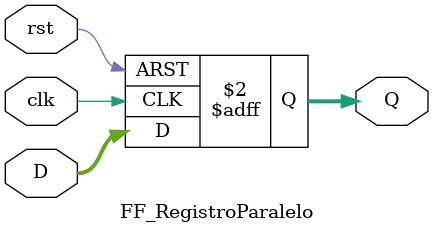
<source format=v>
/*
						*** REGISTRO PARALELO ****

	El presente código implementa el diseño de un módulo con registro de datos en paralelo, el registro 
	se hace implementando un flip flop D el cual actua con respecto al flanco de subida de reloj.
	El módulo consta de 4 entradas clk, rst, D(datos) y 1 salida (Q).
	
*/

// Definición del módulo y lista de puertos
module FF_RegistroParalelo(
	input clk,
	input rst,
	input [7:0] D,
	output reg [7:0] Q
);
	// Lista sensitiva 
	always@(posedge clk or posedge rst) begin
		if(rst) begin
			Q <= 4'b0000; // Reset de señales
		end 
		else begin
			Q <= D; // Registro de datos
		end
	end // Fin de lista sensitiva
	
endmodule // Fin del módulo

</source>
